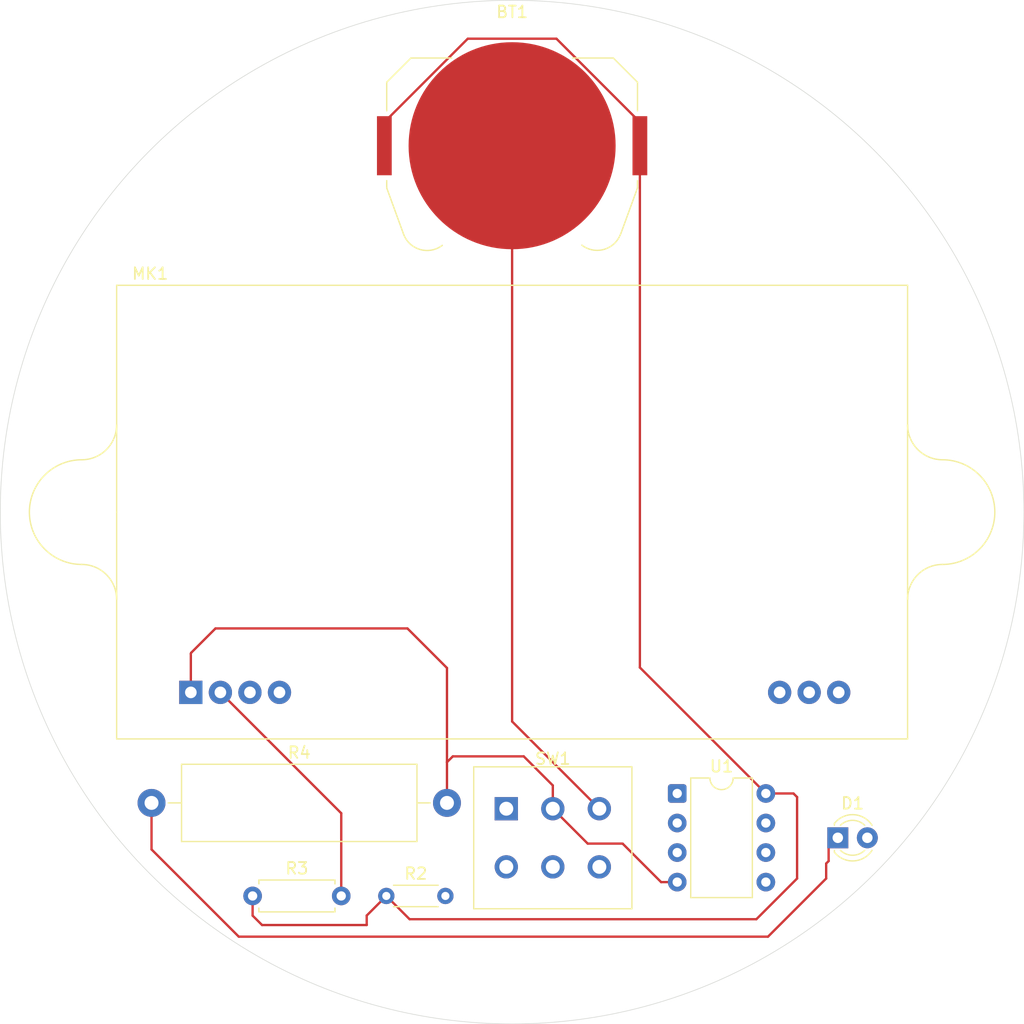
<source format=kicad_pcb>
(kicad_pcb (version 20241229) (generator "pcbnew") (generator_version "9.0")
  (layers (0 "F.Cu" signal) (2 "B.Cu" signal) (13 "F.Paste" user) (15 "B.Paste" user) (5 "F.SilkS" user "F.Silkscreen") (7 "B.SilkS" user "B.Silkscreen") (1 "F.Mask" user) (3 "B.Mask" user) (25 "Edge.Cuts" user))
  (net 0 "")
  (net 1 "VCC")
  (net 2 "Net-(BT1--)")
  (net 4 "Net-(D1-K)")
  (net 5 "Net-(MK1-+)")
  (net 6 "GND")
  (net 7 "Net-(R1-Pad1)")
  (footprint "Battery:BatteryHolder_Keystone_3034_1x20mm" (layer "F.Cu") (at 123.5 40)
    (property "Reference" "BT1" (at 0 -11.5 0) (layer "F.SilkS"))
    (property "Value" "3.3v cell")
    (fp_line (start -10.78 -5.46) (end -10.78 -3) (stroke (width 0.12)) (layer "F.SilkS"))
    (fp_line (start -10.78 3) (end -10.78 3.63) (stroke (width 0.12)) (layer "F.SilkS"))
    (fp_line (start -10.78 3.63) (end -9.34 7.58) (stroke (width 0.12)) (layer "F.SilkS"))
    (fp_line (start -8.7 -7.54) (end -10.78 -5.46) (stroke (width 0.12)) (layer "F.SilkS"))
    (fp_line (start -5.2 -7.54) (end -8.7 -7.54) (stroke (width 0.12)) (layer "F.SilkS"))
    (fp_line (start 8.7 -7.54) (end 5.2 -7.54) (stroke (width 0.12)) (layer "F.SilkS"))
    (fp_line (start 8.7 -7.54) (end 10.78 -5.46) (stroke (width 0.12)) (layer "F.SilkS"))
    (fp_line (start 10.78 -5.46) (end 10.78 -3) (stroke (width 0.12)) (layer "F.SilkS"))
    (fp_line (start 10.78 3) (end 10.78 3.63) (stroke (width 0.12)) (layer "F.SilkS"))
    (fp_line (start 10.78 3.63) (end 9.34 7.58) (stroke (width 0.12)) (layer "F.SilkS"))
    (fp_arc (start -6.003354 8.56653) (mid -7.921654 8.918738) (end -9.34 7.58) (stroke (width 0.12)) (layer "F.SilkS"))
    (fp_arc (start 9.325243 7.588169) (mid 7.90634 8.911668) (end 6 8.55) (stroke (width 0.12)) (layer "F.SilkS"))
    (pad "1" smd rect (at -10.985 0) (size 1.27 5.08) (layers "F.Cu" "F.Mask" "F.Paste") (net 1 "VCC"))
    (pad "1" smd rect (at 10.985 0) (size 1.27 5.08) (layers "F.Cu" "F.Mask" "F.Paste") (net 1 "VCC"))
    (pad "2" smd circle (at 0 0) (size 17.8 17.8) (layers "F.Cu" "F.Mask") (net 2 "Net-(BT1--)"))
  )
  (footprint "LED_THT:LED_D3.0mm_Clear" (layer "F.Cu") (at 151.5 99.5)
    (property "Reference" "D1" (at 1.27 -2.96 0) (layer "F.SilkS"))
    (property "Value" "LED")
    (fp_line (start -0.29 -1.236) (end -0.29 -1.08) (stroke (width 0.12)) (layer "F.SilkS"))
    (fp_line (start -0.29 1.08) (end -0.29 1.236) (stroke (width 0.12)) (layer "F.SilkS"))
    (fp_arc (start -0.29 -1.235516) (mid 1.365624 -1.987701) (end 2.941397 -1.080061) (stroke (width 0.12)) (layer "F.SilkS"))
    (fp_arc (start 0.229039 -1.08) (mid 1.269964 -1.5) (end 2.31091 -1.080049) (stroke (width 0.12)) (layer "F.SilkS"))
    (fp_arc (start 2.31091 1.080049) (mid 1.269964 1.5) (end 0.229039 1.08) (stroke (width 0.12)) (layer "F.SilkS"))
    (fp_arc (start 2.941397 1.080061) (mid 1.365624 1.987701) (end -0.29 1.235516) (stroke (width 0.12)) (layer "F.SilkS"))
    (pad "1" thru_hole rect (at 0 0) (size 1.8 1.8) (drill 0.9) (layers "*.Cu" "*.Mask") (net 4 "Net-(D1-K)"))
    (pad "2" thru_hole circle (at 2.54 0) (size 1.8 1.8) (drill 0.9) (layers "*.Cu" "*.Mask"))
  )
  (footprint "Resistor_THT:R_Axial_Power_L20.0mm_W6.4mm_P25.40mm" (layer "F.Cu") (at 92.5 96.5)
    (property "Reference" "R4" (at 12.7 -4.32 0) (layer "F.SilkS"))
    (property "Value" "470")
    (fp_line (start 1.44 0) (end 2.58 0) (stroke (width 0.12)) (layer "F.SilkS"))
    (fp_line (start 2.58 -3.32) (end 2.58 3.32) (stroke (width 0.12)) (layer "F.SilkS"))
    (fp_line (start 2.58 3.32) (end 22.82 3.32) (stroke (width 0.12)) (layer "F.SilkS"))
    (fp_line (start 22.82 -3.32) (end 2.58 -3.32) (stroke (width 0.12)) (layer "F.SilkS"))
    (fp_line (start 22.82 3.32) (end 22.82 -3.32) (stroke (width 0.12)) (layer "F.SilkS"))
    (fp_line (start 23.96 0) (end 22.82 0) (stroke (width 0.12)) (layer "F.SilkS"))
    (pad "1" thru_hole circle (at 0 0) (size 2.4 2.4) (drill 1.2) (layers "*.Cu" "*.Mask") (net 4 "Net-(D1-K)"))
    (pad "2" thru_hole oval (at 25.4 0) (size 2.4 2.4) (drill 1.2) (layers "*.Cu" "*.Mask") (net 6 "GND"))
  )
  (footprint "Package_DIP:DIP-8_W7.62mm" (layer "F.Cu") (at 137.695 95.69)
    (property "Reference" "U1" (at 3.81 -2.33 0) (layer "F.SilkS"))
    (property "Value" "ATtiny85V-10P")
    (fp_line (start 1.16 -1.33) (end 1.16 8.95) (stroke (width 0.12)) (layer "F.SilkS"))
    (fp_line (start 1.16 8.95) (end 6.46 8.95) (stroke (width 0.12)) (layer "F.SilkS"))
    (fp_line (start 2.81 -1.33) (end 1.16 -1.33) (stroke (width 0.12)) (layer "F.SilkS"))
    (fp_line (start 6.46 -1.33) (end 4.81 -1.33) (stroke (width 0.12)) (layer "F.SilkS"))
    (fp_line (start 6.46 8.95) (end 6.46 -1.33) (stroke (width 0.12)) (layer "F.SilkS"))
    (fp_arc (start 4.81 -1.33) (mid 3.81 -0.33) (end 2.81 -1.33) (stroke (width 0.12)) (layer "F.SilkS"))
    (pad "1" thru_hole roundrect (at 0 0) (size 1.6 1.6) (drill 0.8) (layers "*.Cu" "*.Mask") (roundrect_rratio 0.15625))
    (pad "2" thru_hole circle (at 0 2.54) (size 1.6 1.6) (drill 0.8) (layers "*.Cu" "*.Mask"))
    (pad "3" thru_hole circle (at 0 5.08) (size 1.6 1.6) (drill 0.8) (layers "*.Cu" "*.Mask"))
    (pad "4" thru_hole circle (at 0 7.62) (size 1.6 1.6) (drill 0.8) (layers "*.Cu" "*.Mask") (net 6 "GND"))
    (pad "5" thru_hole circle (at 7.62 7.62) (size 1.6 1.6) (drill 0.8) (layers "*.Cu" "*.Mask"))
    (pad "6" thru_hole circle (at 7.62 5.08) (size 1.6 1.6) (drill 0.8) (layers "*.Cu" "*.Mask"))
    (pad "7" thru_hole circle (at 7.62 2.54) (size 1.6 1.6) (drill 0.8) (layers "*.Cu" "*.Mask"))
    (pad "8" thru_hole circle (at 7.62 0) (size 1.6 1.6) (drill 0.8) (layers "*.Cu" "*.Mask") (net 1 "VCC"))
  )
  (footprint "Resistor_THT:R_Axial_DIN0204_L3.6mm_D1.6mm_P5.08mm_Horizontal" (layer "F.Cu") (at 112.685 104.5)
    (property "Reference" "R2" (at 2.54 -1.92 0) (layer "F.SilkS"))
    (property "Value" "10k")
    (fp_line (start 0.62 -0.92) (end 4.46 -0.92) (stroke (width 0.12)) (layer "F.SilkS"))
    (fp_line (start 0.62 0.92) (end 4.46 0.92) (stroke (width 0.12)) (layer "F.SilkS"))
    (pad "1" thru_hole circle (at 0 0) (size 1.4 1.4) (drill 0.7) (layers "*.Cu" "*.Mask") (net 1 "VCC"))
    (pad "2" thru_hole oval (at 5.08 0) (size 1.4 1.4) (drill 0.7) (layers "*.Cu" "*.Mask") (net 7 "Net-(R1-Pad1)"))
  )
  (footprint "Resistor_THT:R_Axial_DIN0207_L6.3mm_D2.5mm_P7.62mm_Horizontal" (layer "F.Cu") (at 101.19 104.5)
    (property "Reference" "R3" (at 3.81 -2.37 0) (layer "F.SilkS"))
    (property "Value" "R")
    (fp_line (start 0.54 -1.37) (end 7.08 -1.37) (stroke (width 0.12)) (layer "F.SilkS"))
    (fp_line (start 0.54 -1.04) (end 0.54 -1.37) (stroke (width 0.12)) (layer "F.SilkS"))
    (fp_line (start 0.54 1.04) (end 0.54 1.37) (stroke (width 0.12)) (layer "F.SilkS"))
    (fp_line (start 0.54 1.37) (end 7.08 1.37) (stroke (width 0.12)) (layer "F.SilkS"))
    (fp_line (start 7.08 -1.37) (end 7.08 -1.04) (stroke (width 0.12)) (layer "F.SilkS"))
    (fp_line (start 7.08 1.37) (end 7.08 1.04) (stroke (width 0.12)) (layer "F.SilkS"))
    (pad "1" thru_hole circle (at 0 0) (size 1.6 1.6) (drill 0.8) (layers "*.Cu" "*.Mask") (net 1 "VCC"))
    (pad "2" thru_hole oval (at 7.62 0) (size 1.6 1.6) (drill 0.8) (layers "*.Cu" "*.Mask") (net 5 "Net-(MK1-+)"))
  )
  (footprint "Button_Switch_THT:SW_PUSH_E-Switch_FS5700DP_DPDT" (layer "F.Cu") (at 123 97)
    (property "Reference" "SW1" (at 4 -4.3 0) (layer "F.SilkS"))
    (property "Value" "SW_DPDT_x2")
    (fp_line (start -2.8 -3.6) (end -2.8 8.6) (stroke (width 0.12)) (layer "F.SilkS"))
    (fp_line (start -2.8 -3.6) (end 10.8 -3.6) (stroke (width 0.12)) (layer "F.SilkS"))
    (fp_line (start 10.8 8.6) (end -2.8 8.6) (stroke (width 0.12)) (layer "F.SilkS"))
    (fp_line (start 10.8 8.6) (end 10.8 -3.6) (stroke (width 0.12)) (layer "F.SilkS"))
    (pad "1" thru_hole rect (at 0 0) (size 2 2) (drill 1.2) (layers "*.Cu" "*.Mask"))
    (pad "2" thru_hole circle (at 4 0) (size 2 2) (drill 1.2) (layers "*.Cu" "*.Mask") (net 6 "GND"))
    (pad "3" thru_hole circle (at 8 0) (size 2 2) (drill 1.2) (layers "*.Cu" "*.Mask") (net 2 "Net-(BT1--)"))
    (pad "4" thru_hole circle (at 0 5) (size 2 2) (drill 1.2) (layers "*.Cu" "*.Mask"))
    (pad "5" thru_hole circle (at 4 5) (size 2 2) (drill 1.2) (layers "*.Cu" "*.Mask"))
    (pad "6" thru_hole circle (at 8 5) (size 2 2) (drill 1.2) (layers "*.Cu" "*.Mask"))
  )
  (footprint "Audio_Module:Reverb_BTDR-1H" (layer "F.Cu") (at 95.88 87)
    (property "Reference" "MK1" (at -3.5 -36 0) (layer "F.SilkS"))
    (property "Value" "Microphone")
    (fp_line (start -6.38 -35) (end 61.62 -35) (stroke (width 0.12)) (layer "F.SilkS"))
    (fp_line (start -6.38 -15.5) (end -6.38 -35) (stroke (width 0.12)) (layer "F.SilkS"))
    (fp_line (start -6.38 -15.5) (end -6.38 4) (stroke (width 0.12)) (layer "F.SilkS"))
    (fp_line (start -6.38 4) (end 61.62 4) (stroke (width 0.12)) (layer "F.SilkS"))
    (fp_line (start 61.62 -35) (end 61.62 4) (stroke (width 0.12)) (layer "F.SilkS"))
    (fp_arc (start -9.38 -11) (mid -13.88 -15.5) (end -9.38 -20) (stroke (width 0.12)) (layer "F.SilkS"))
    (fp_arc (start -9.38 -11) (mid -7.25868 -10.12132) (end -6.38 -8) (stroke (width 0.12)) (layer "F.SilkS"))
    (fp_arc (start -6.38 -23) (mid -7.25868 -20.87868) (end -9.38 -20) (stroke (width 0.12)) (layer "F.SilkS"))
    (fp_arc (start 61.62 -8) (mid 62.49868 -10.12132) (end 64.62 -11) (stroke (width 0.12)) (layer "F.SilkS"))
    (fp_arc (start 64.62 -20) (mid 62.49868 -20.87868) (end 61.62 -23) (stroke (width 0.12)) (layer "F.SilkS"))
    (fp_arc (start 64.62 -20) (mid 69.12 -15.5) (end 64.62 -11) (stroke (width 0.12)) (layer "F.SilkS"))
    (fp_circle (center -9.38 -15.5) (end -7.63 -15.5) (stroke (width 0.12)) (fill no) (layer "F.SilkS"))
    (fp_circle (center 64.62 -15.5) (end 66.37 -15.5) (stroke (width 0.12)) (fill no) (layer "F.SilkS"))
    (pad "" np_thru_hole circle (at -9.38 -15.5) (size 3.7 3.7) (drill 3.7) (layers "*.Cu" "*.Mask"))
    (pad "" np_thru_hole circle (at 64.62 -15.5) (size 3.7 3.7) (drill 3.7) (layers "*.Cu" "*.Mask"))
    (pad "1" thru_hole rect (at 0 0) (size 2 2) (drill 1) (layers "*.Cu" "*.Mask") (net 6 "GND"))
    (pad "2" thru_hole circle (at 2.54 0) (size 2 2) (drill 1) (layers "*.Cu" "*.Mask") (net 5 "Net-(MK1-+)"))
    (pad "3" thru_hole circle (at 5.08 0) (size 2 2) (drill 1) (layers "*.Cu" "*.Mask"))
    (pad "4" thru_hole circle (at 7.62 0) (size 2 2) (drill 1) (layers "*.Cu" "*.Mask"))
    (pad "5" thru_hole circle (at 50.62 0) (size 2 2) (drill 1) (layers "*.Cu" "*.Mask"))
    (pad "6" thru_hole circle (at 53.16 0) (size 2 2) (drill 1) (layers "*.Cu" "*.Mask"))
    (pad "7" thru_hole circle (at 55.7 0) (size 2 2) (drill 1) (layers "*.Cu" "*.Mask"))
  )
  (gr_circle (center 123.5 71.5) (end 167.5 71) (stroke (width 0.05)) (fill no) (layer "Edge.Cuts"))
  (segment (start 134.485 37.972821) (end 134.485 40) (width 0.2) (layer "F.Cu") (net 1))
  (segment (start 127.311179 30.799) (end 134.485 37.972821) (width 0.2) (layer "F.Cu") (net 1))
  (segment (start 112.515 37.972821) (end 119.688821 30.799) (width 0.2) (layer "F.Cu") (net 1))
  (segment (start 148 103) (end 144.5 106.5) (width 0.2) (layer "F.Cu") (net 1))
  (segment (start 147.69 95.69) (end 148 96) (width 0.2) (layer "F.Cu") (net 1))
  (segment (start 119.688821 30.799) (end 127.311179 30.799) (width 0.2) (layer "F.Cu") (net 1))
  (segment (start 111 107) (end 111 106.185) (width 0.2) (layer "F.Cu") (net 1))
  (segment (start 111 106.185) (end 112.685 104.5) (width 0.2) (layer "F.Cu") (net 1))
  (segment (start 102 107) (end 111 107) (width 0.2) (layer "F.Cu") (net 1))
  (segment (start 144.5 106.5) (end 114.685 106.5) (width 0.2) (layer "F.Cu") (net 1))
  (segment (start 101.19 104.5) (end 101.19 106.19) (width 0.2) (layer "F.Cu") (net 1))
  (segment (start 145.315 95.69) (end 147.69 95.69) (width 0.2) (layer "F.Cu") (net 1))
  (segment (start 134.485 84.86) (end 145.315 95.69) (width 0.2) (layer "F.Cu") (net 1))
  (segment (start 114.685 106.5) (end 112.685 104.5) (width 0.2) (layer "F.Cu") (net 1))
  (segment (start 134.485 40) (end 134.485 84.86) (width 0.2) (layer "F.Cu") (net 1))
  (segment (start 112.515 40) (end 112.515 37.972821) (width 0.2) (layer "F.Cu") (net 1))
  (segment (start 101.19 106.19) (end 102 107) (width 0.2) (layer "F.Cu") (net 1))
  (segment (start 148 96) (end 148 103) (width 0.2) (layer "F.Cu") (net 1))
  (segment (start 123.5 89.5) (end 131 97) (width 0.2) (layer "F.Cu") (net 2))
  (segment (start 123.5 40) (end 123.5 89.5) (width 0.2) (layer "F.Cu") (net 2))
  (segment (start 100 108) (end 92.5 100.5) (width 0.2) (layer "F.Cu") (net 4))
  (segment (start 92.5 100.5) (end 92.5 96.5) (width 0.2) (layer "F.Cu") (net 4))
  (segment (start 150.5 101.7125) (end 150.5 103) (width 0.2) (layer "F.Cu") (net 4))
  (segment (start 150.7125 101.5) (end 150.5 101.7125) (width 0.2) (layer "F.Cu") (net 4))
  (segment (start 145.5 108) (end 100 108) (width 0.2) (layer "F.Cu") (net 4))
  (segment (start 150.5 103) (end 145.5 108) (width 0.2) (layer "F.Cu") (net 4))
  (segment (start 150.7125 99.5) (end 150.7125 101.5) (width 0.2) (layer "F.Cu") (net 4))
  (segment (start 108.81 97.39) (end 98.42 87) (width 0.2) (layer "F.Cu") (net 5))
  (segment (start 108.81 104.5) (end 108.81 97.39) (width 0.2) (layer "F.Cu") (net 5))
  (segment (start 127 97) (end 130 100) (width 0.2) (layer "F.Cu") (net 6))
  (segment (start 124.5 92.5) (end 118.4 92.5) (width 0.2) (layer "F.Cu") (net 6))
  (segment (start 117.9 84.9) (end 117.9 93) (width 0.2) (layer "F.Cu") (net 6))
  (segment (start 127 95) (end 124.5 92.5) (width 0.2) (layer "F.Cu") (net 6))
  (segment (start 130 100) (end 133 100) (width 0.2) (layer "F.Cu") (net 6))
  (segment (start 137.695 103.31) (end 136.31 103.31) (width 0.2) (layer "F.Cu") (net 6))
  (segment (start 118.4 92.5) (end 117.9 93) (width 0.2) (layer "F.Cu") (net 6))
  (segment (start 114.5 81.5) (end 117.9 84.9) (width 0.2) (layer "F.Cu") (net 6))
  (segment (start 95.88 87) (end 95.88 83.683126) (width 0.2) (layer "F.Cu") (net 6))
  (segment (start 98 81.5) (end 114.5 81.5) (width 0.2) (layer "F.Cu") (net 6))
  (segment (start 117.9 93) (end 117.9 96.5) (width 0.2) (layer "F.Cu") (net 6))
  (segment (start 136.31 103.31) (end 133 100) (width 0.2) (layer "F.Cu") (net 6))
  (segment (start 127 97) (end 127 95) (width 0.2) (layer "F.Cu") (net 6))
  (segment (start 95.924637 83.575363) (end 98 81.5) (width 0.2) (layer "F.Cu") (net 6))
  (arc (start 95.88 83.683126) (mid 95.891601 83.624805) (end 95.924637 83.575363) (width 0.2) (layer "F.Cu") (net 6))
)
</source>
